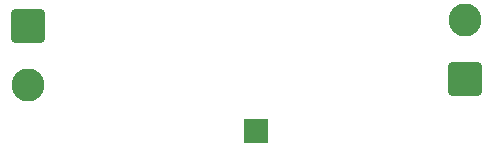
<source format=gbr>
%TF.GenerationSoftware,KiCad,Pcbnew,9.0.3*%
%TF.CreationDate,2025-10-03T16:36:05+02:00*%
%TF.ProjectId,board,626f6172-642e-46b6-9963-61645f706362,rev?*%
%TF.SameCoordinates,Original*%
%TF.FileFunction,Soldermask,Bot*%
%TF.FilePolarity,Negative*%
%FSLAX46Y46*%
G04 Gerber Fmt 4.6, Leading zero omitted, Abs format (unit mm)*
G04 Created by KiCad (PCBNEW 9.0.3) date 2025-10-03 16:36:05*
%MOMM*%
%LPD*%
G01*
G04 APERTURE LIST*
G04 Aperture macros list*
%AMRoundRect*
0 Rectangle with rounded corners*
0 $1 Rounding radius*
0 $2 $3 $4 $5 $6 $7 $8 $9 X,Y pos of 4 corners*
0 Add a 4 corners polygon primitive as box body*
4,1,4,$2,$3,$4,$5,$6,$7,$8,$9,$2,$3,0*
0 Add four circle primitives for the rounded corners*
1,1,$1+$1,$2,$3*
1,1,$1+$1,$4,$5*
1,1,$1+$1,$6,$7*
1,1,$1+$1,$8,$9*
0 Add four rect primitives between the rounded corners*
20,1,$1+$1,$2,$3,$4,$5,0*
20,1,$1+$1,$4,$5,$6,$7,0*
20,1,$1+$1,$6,$7,$8,$9,0*
20,1,$1+$1,$8,$9,$2,$3,0*%
G04 Aperture macros list end*
%ADD10R,2.000000X2.000000*%
%ADD11RoundRect,0.250001X1.149999X-1.149999X1.149999X1.149999X-1.149999X1.149999X-1.149999X-1.149999X0*%
%ADD12C,2.800000*%
%ADD13RoundRect,0.250001X-1.149999X1.149999X-1.149999X-1.149999X1.149999X-1.149999X1.149999X1.149999X0*%
G04 APERTURE END LIST*
D10*
%TO.C,TPM1*%
X163300000Y-110900000D03*
%TD*%
D11*
%TO.C,J1*%
X181000000Y-106500000D03*
D12*
X181000000Y-101500000D03*
%TD*%
D13*
%TO.C,J2*%
X144000000Y-102000000D03*
D12*
X144000000Y-107000000D03*
%TD*%
M02*

</source>
